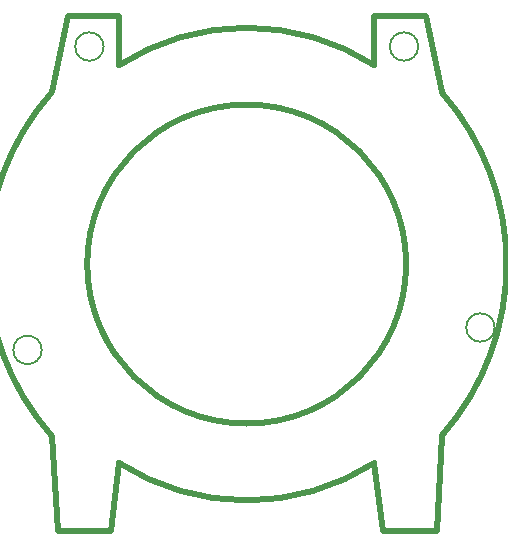
<source format=gbr>
G04 #@! TF.GenerationSoftware,KiCad,Pcbnew,5.1.4-1.fc30*
G04 #@! TF.CreationDate,2020-04-06T19:08:27+02:00*
G04 #@! TF.ProjectId,ring,72696e67-2e6b-4696-9361-645f70636258,v0.5.2*
G04 #@! TF.SameCoordinates,Original*
G04 #@! TF.FileFunction,Profile,NP*
%FSLAX46Y46*%
G04 Gerber Fmt 4.6, Leading zero omitted, Abs format (unit mm)*
G04 Created by KiCad (PCBNEW 5.1.4-1.fc30) date 2020-04-06 19:08:27*
%MOMM*%
%LPD*%
G04 APERTURE LIST*
%ADD10C,0.200000*%
%ADD11C,0.500000*%
G04 APERTURE END LIST*
D10*
X188450000Y-42500000D02*
G75*
G03X188450000Y-42500000I-1200000J0D01*
G01*
D11*
X182610000Y-16120000D02*
X183963267Y-22583709D01*
X178280000Y-16120000D02*
X182610000Y-16120000D01*
X179020000Y-59730000D02*
X178281065Y-53961656D01*
X155980000Y-59730000D02*
X156638934Y-53961656D01*
X156638934Y-53961656D02*
G75*
G03X167460000Y-57140000I10821066J16831656D01*
G01*
X178281065Y-53961656D02*
G75*
G02X167460000Y-57140000I-10821065J16831656D01*
G01*
X179020000Y-59730000D02*
X183540000Y-59730000D01*
X155980000Y-59730000D02*
X151460000Y-59730000D01*
D10*
X155340000Y-18710000D02*
G75*
G03X155340000Y-18710000I-1200000J0D01*
G01*
D11*
X183963266Y-51676293D02*
X183540000Y-59730000D01*
X150956734Y-51676293D02*
X151460000Y-59730000D01*
X178280000Y-16120000D02*
X178280000Y-20300000D01*
X178281066Y-20298344D02*
G75*
G03X167460000Y-17120000I-10821066J-16831656D01*
G01*
X156638935Y-20298344D02*
G75*
G02X167460000Y-17120000I10821065J-16831656D01*
G01*
X156640000Y-16120000D02*
X156640000Y-20300000D01*
D10*
X150100000Y-44400000D02*
G75*
G03X150100000Y-44400000I-1200000J0D01*
G01*
D11*
X152310000Y-16120000D02*
X150960001Y-22580001D01*
X156640000Y-16120000D02*
X152310000Y-16120000D01*
D10*
X181980000Y-18710000D02*
G75*
G03X181980000Y-18710000I-1200000J0D01*
G01*
D11*
X183963268Y-22583708D02*
G75*
G02X183963266Y-51676293I-16503268J-14546292D01*
G01*
X150956734Y-51676293D02*
G75*
G02X150960001Y-22580001I16503266J14546293D01*
G01*
X180960000Y-37130000D02*
G75*
G03X180960000Y-37130000I-13500000J0D01*
G01*
M02*

</source>
